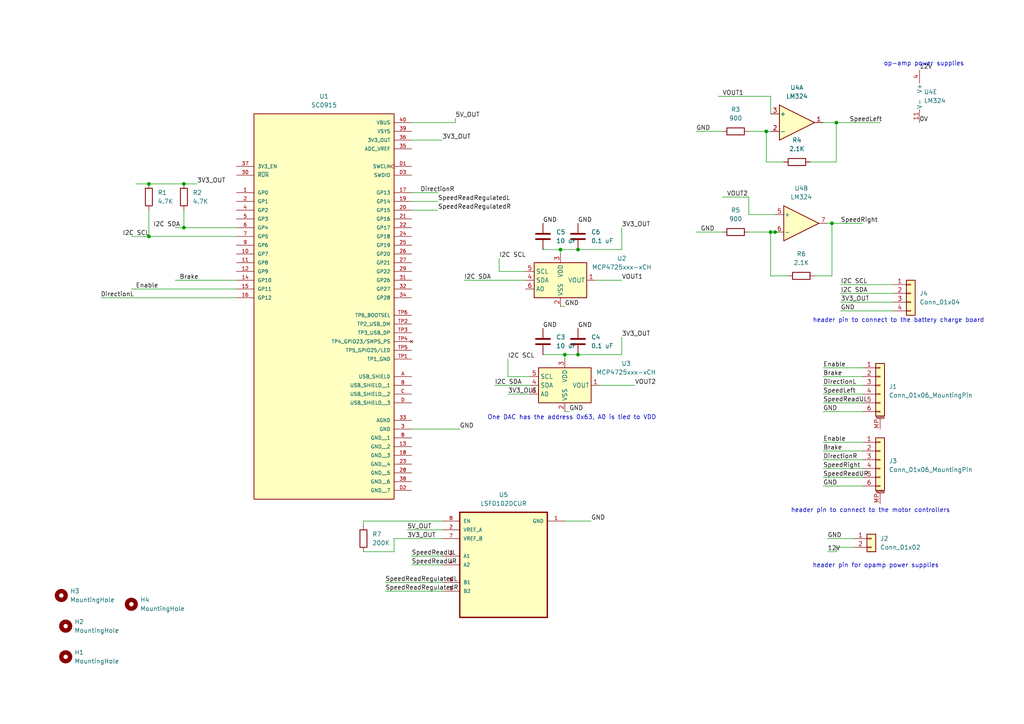
<source format=kicad_sch>
(kicad_sch (version 20231120) (generator "eeschema") (generator_version "8.0")
  (paper "A4")
  (title_block (title "Motor Signal Conversion Board") (date "2025-02-05") (rev "1.0") (company "Lafayette College") (comment 1 "By Eren Tekbas"))
  (lib_symbols
    (symbol "Amplifier_Operational:LM324" (pin_names (offset 0.127))
      (property "Reference" "U" (at 0 5.08 0))
      (property "Value" "LM324" (at 0 -5.08 0))
      (symbol "LM324_1_1"
        (polyline (pts (xy -5.08 5.08) (xy 5.08 0) (xy -5.08 -5.08) (xy -5.08 5.08)) (stroke (width 0.254)) (fill (type background)))
        (pin output line (at 7.62 0 180) (length 2.54) (name "~") (number "1"))
        (pin input line (at -7.62 -2.54 0) (length 2.54) (name "-") (number "2"))
        (pin input line (at -7.62 2.54 0) (length 2.54) (name "+") (number "3"))
      )
      (symbol "LM324_2_1"
        (polyline (pts (xy -5.08 5.08) (xy 5.08 0) (xy -5.08 -5.08) (xy -5.08 5.08)) (stroke (width 0.254)) (fill (type background)))
        (pin input line (at -7.62 2.54 0) (length 2.54) (name "+") (number "5"))
        (pin input line (at -7.62 -2.54 0) (length 2.54) (name "-") (number "6"))
        (pin output line (at 7.62 0 180) (length 2.54) (name "~") (number "7"))
      )
      (symbol "LM324_3_1"
        (polyline (pts (xy -5.08 5.08) (xy 5.08 0) (xy -5.08 -5.08) (xy -5.08 5.08)) (stroke (width 0.254)) (fill (type background)))
        (pin input line (at -7.62 2.54 0) (length 2.54) (name "+") (number "10"))
        (pin output line (at 7.62 0 180) (length 2.54) (name "~") (number "8"))
        (pin input line (at -7.62 -2.54 0) (length 2.54) (name "-") (number "9"))
      )
      (symbol "LM324_4_1"
        (polyline (pts (xy -5.08 5.08) (xy 5.08 0) (xy -5.08 -5.08) (xy -5.08 5.08)) (stroke (width 0.254)) (fill (type background)))
        (pin input line (at -7.62 2.54 0) (length 2.54) (name "+") (number "12"))
        (pin input line (at -7.62 -2.54 0) (length 2.54) (name "-") (number "13"))
        (pin output line (at 7.62 0 180) (length 2.54) (name "~") (number "14"))
      )
      (symbol "LM324_5_1"
        (pin power_in line (at -2.54 -7.62 90) (length 3.81) (name "V-") (number "11"))
        (pin power_in line (at -2.54 7.62 270) (length 3.81) (name "V+") (number "4"))
      )
    )
    (symbol "Analog_DAC:MCP4725xxx-xCH"
      (property "Reference" "U" (at -6.35 6.35 0))
      (property "Value" "MCP4725xxx-xCH" (at 8.89 6.35 0))
      (symbol "MCP4725xxx-xCH_0_1"
        (rectangle (start -7.62 5.08) (end 7.62 -5.08) (stroke (width 0.254)) (fill (type background)))
      )
      (symbol "MCP4725xxx-xCH_1_1"
        (pin output line (at 10.16 0 180) (length 2.54) (name "VOUT") (number "1"))
        (pin power_in line (at 0 -7.62 90) (length 2.54) (name "VSS") (number "2"))
        (pin power_in line (at 0 7.62 270) (length 2.54) (name "VDD") (number "3"))
        (pin bidirectional line (at -10.16 0 0) (length 2.54) (name "SDA") (number "4"))
        (pin input line (at -10.16 2.54 0) (length 2.54) (name "SCL") (number "5"))
        (pin input line (at -10.16 -2.54 0) (length 2.54) (name "A0") (number "6"))
      )
    )
    (symbol "Connector_Generic:Conn_01x02" (pin_names (offset 1.016) hide)
      (property "Reference" "J" (at 0 2.54 0))
      (property "Value" "Conn_01x02" (at 0 -5.08 0))
      (symbol "Conn_01x02_1_1"
        (rectangle (start -1.27 -2.413) (end 0 -2.667) (stroke (width 0.1524)))
        (rectangle (start -1.27 0.127) (end 0 -0.127) (stroke (width 0.1524)))
        (rectangle (start -1.27 1.27) (end 1.27 -3.81) (stroke (width 0.254)) (fill (type background)))
        (pin passive line (at -5.08 0 0) (length 3.81) (name "Pin_1") (number "1"))
        (pin passive line (at -5.08 -2.54 0) (length 3.81) (name "Pin_2") (number "2"))
      )
    )
    (symbol "Connector_Generic:Conn_01x04" (pin_names (offset 1.016) hide)
      (property "Reference" "J" (at 0 5.08 0))
      (property "Value" "Conn_01x04" (at 0 -7.62 0))
      (symbol "Conn_01x04_1_1"
        (rectangle (start -1.27 -4.953) (end 0 -5.207) (stroke (width 0.1524)))
        (rectangle (start -1.27 -2.413) (end 0 -2.667) (stroke (width 0.1524)))
        (rectangle (start -1.27 0.127) (end 0 -0.127) (stroke (width 0.1524)))
        (rectangle (start -1.27 2.667) (end 0 2.413) (stroke (width 0.1524)))
        (rectangle (start -1.27 3.81) (end 1.27 -6.35) (stroke (width 0.254)) (fill (type background)))
        (pin passive line (at -5.08 2.54 0) (length 3.81) (name "Pin_1") (number "1"))
        (pin passive line (at -5.08 0 0) (length 3.81) (name "Pin_2") (number "2"))
        (pin passive line (at -5.08 -2.54 0) (length 3.81) (name "Pin_3") (number "3"))
        (pin passive line (at -5.08 -5.08 0) (length 3.81) (name "Pin_4") (number "4"))
      )
    )
    (symbol "Connector_Generic_MountingPin:Conn_01x06_MountingPin" (pin_names (offset 1.016) hide)
      (property "Reference" "J" (at 0 7.62 0))
      (property "Value" "Conn_01x06_MountingPin" (at 1.27 -10.16 0))
      (symbol "Conn_01x06_MountingPin_1_1"
        (rectangle (start -1.27 -7.493) (end 0 -7.747) (stroke (width 0.1524)))
        (rectangle (start -1.27 -4.953) (end 0 -5.207) (stroke (width 0.1524)))
        (rectangle (start -1.27 -2.413) (end 0 -2.667) (stroke (width 0.1524)))
        (rectangle (start -1.27 0.127) (end 0 -0.127) (stroke (width 0.1524)))
        (rectangle (start -1.27 2.667) (end 0 2.413) (stroke (width 0.1524)))
        (rectangle (start -1.27 5.207) (end 0 4.953) (stroke (width 0.1524)))
        (rectangle (start -1.27 6.35) (end 1.27 -8.89) (stroke (width 0.254)) (fill (type background)))
        (polyline (pts (xy -1.016 -9.652) (xy 1.016 -9.652)) (stroke (width 0.1524)))
        (text "Mounting" (at 0 -9.271 0) (effects (font (size 0.381 0.381))))
        (pin passive line (at -5.08 5.08 0) (length 3.81) (name "Pin_1") (number "1"))
        (pin passive line (at -5.08 2.54 0) (length 3.81) (name "Pin_2") (number "2"))
        (pin passive line (at -5.08 0 0) (length 3.81) (name "Pin_3") (number "3"))
        (pin passive line (at -5.08 -2.54 0) (length 3.81) (name "Pin_4") (number "4"))
        (pin passive line (at -5.08 -5.08 0) (length 3.81) (name "Pin_5") (number "5"))
        (pin passive line (at -5.08 -7.62 0) (length 3.81) (name "Pin_6") (number "6"))
        (pin passive line (at 0 -12.7 90) (length 3.048) (name "MountPin") (number "MP"))
      )
    )
    (symbol "Device:C" (pin_numbers hide) (pin_names (offset 0.254))
      (property "Reference" "C" (at 0.635 2.54 0))
      (property "Value" "C" (at 0.635 -2.54 0))
      (symbol "C_0_1"
        (polyline (pts (xy -2.032 -0.762) (xy 2.032 -0.762)) (stroke (width 0.508)))
        (polyline (pts (xy -2.032 0.762) (xy 2.032 0.762)) (stroke (width 0.508)))
      )
      (symbol "C_1_1"
        (pin passive line (at 0 3.81 270) (length 2.794) (name "~") (number "1"))
        (pin passive line (at 0 -3.81 90) (length 2.794) (name "~") (number "2"))
      )
    )
    (symbol "Device:R" (pin_numbers hide) (pin_names (offset 0))
      (property "Reference" "R" (at 2.032 0 90))
      (property "Value" "R" (at 0 0 90))
      (symbol "R_0_1"
        (rectangle (start -1.016 -2.54) (end 1.016 2.54) (stroke (width 0.254)))
      )
      (symbol "R_1_1"
        (pin passive line (at 0 3.81 270) (length 1.27) (name "~") (number "1"))
        (pin passive line (at 0 -3.81 90) (length 1.27) (name "~") (number "2"))
      )
    )
    (symbol "LSF0102DCUR:LSF0102DCUR" (pin_names (offset 1.016))
      (property "Reference" "U" (at -12.7 16.24 0))
      (property "Value" "LSF0102DCUR" (at -12.7 -19.24 0))
      (symbol "LSF0102DCUR_0_0"
        (rectangle (start -12.7 -15.24) (end 12.7 15.24) (stroke (width 0.41)) (fill (type background)))
        (pin power_in line (at 17.78 12.7 180) (length 5.08) (name "GND") (number "1"))
        (pin input line (at -17.78 10.16 0) (length 5.08) (name "VREF_A") (number "2"))
        (pin bidirectional line (at -17.78 2.54 0) (length 5.08) (name "A1") (number "3"))
        (pin bidirectional line (at -17.78 0 0) (length 5.08) (name "A2") (number "4"))
        (pin bidirectional line (at -17.78 -7.62 0) (length 5.08) (name "B2") (number "5"))
        (pin bidirectional line (at -17.78 -5.08 0) (length 5.08) (name "B1") (number "6"))
        (pin input line (at -17.78 7.62 0) (length 5.08) (name "VREF_B") (number "7"))
        (pin input line (at -17.78 12.7 0) (length 5.08) (name "EN") (number "8"))
      )
    )
    (symbol "Mechanical:MountingHole" (pin_names (offset 1.016)) (exclude_from_sim yes) (in_bom no)
      (property "Reference" "H" (at 0 5.08 0))
      (property "Value" "MountingHole" (at 0 3.175 0))
      (symbol "MountingHole_0_1"
        (circle (center 0 0) (radius 1.27) (stroke (width 1.27)))
      )
    )
    (symbol "pico:SC0915" (pin_names (offset 1.016))
      (property "Reference" "U" (at -20.32 44.069 0))
      (property "Value" "SC0915" (at -20.32 -71.12 0))
      (symbol "SC0915_0_0"
        (rectangle (start -20.32 -68.58) (end 20.32 43.18) (stroke (width 0.254)) (fill (type background)))
        (pin bidirectional line (at -25.4 20.32 0) (length 5.08) (name "GP0") (number "1"))
        (pin bidirectional line (at -25.4 2.54 0) (length 5.08) (name "GP7") (number "10"))
        (pin bidirectional line (at -25.4 0 0) (length 5.08) (name "GP8") (number "11"))
        (pin bidirectional line (at -25.4 -2.54 0) (length 5.08) (name "GP9") (number "12"))
        (pin power_in line (at 25.4 -53.34 180) (length 5.08) (name "GND__2") (number "13"))
        (pin bidirectional line (at -25.4 -5.08 0) (length 5.08) (name "GP10") (number "14"))
        (pin bidirectional line (at -25.4 -7.62 0) (length 5.08) (name "GP11") (number "15"))
        (pin bidirectional line (at -25.4 -10.16 0) (length 5.08) (name "GP12") (number "16"))
        (pin bidirectional line (at 25.4 20.32 180) (length 5.08) (name "GP13") (number "17"))
        (pin power_in line (at 25.4 -55.88 180) (length 5.08) (name "GND__3") (number "18"))
        (pin bidirectional line (at 25.4 17.78 180) (length 5.08) (name "GP14") (number "19"))
        (pin bidirectional line (at -25.4 17.78 0) (length 5.08) (name "GP1") (number "2"))
        (pin bidirectional line (at 25.4 15.24 180) (length 5.08) (name "GP15") (number "20"))
        (pin bidirectional line (at 25.4 12.7 180) (length 5.08) (name "GP16") (number "21"))
        (pin bidirectional line (at 25.4 10.16 180) (length 5.08) (name "GP17") (number "22"))
        (pin power_in line (at 25.4 -58.42 180) (length 5.08) (name "GND__4") (number "23"))
        (pin bidirectional line (at 25.4 7.62 180) (length 5.08) (name "GP18") (number "24"))
        (pin bidirectional line (at 25.4 5.08 180) (length 5.08) (name "GP19") (number "25"))
        (pin bidirectional line (at 25.4 2.54 180) (length 5.08) (name "GP20") (number "26"))
        (pin bidirectional line (at 25.4 0 180) (length 5.08) (name "GP21") (number "27"))
        (pin power_in line (at 25.4 -60.96 180) (length 5.08) (name "GND__5") (number "28"))
        (pin bidirectional line (at 25.4 -2.54 180) (length 5.08) (name "GP22") (number "29"))
        (pin power_in line (at 25.4 -48.26 180) (length 5.08) (name "GND") (number "3"))
        (pin input line (at -25.4 25.4 0) (length 5.08) (name "~{RUN}") (number "30"))
        (pin bidirectional line (at 25.4 -5.08 180) (length 5.08) (name "GP26") (number "31"))
        (pin bidirectional line (at 25.4 -7.62 180) (length 5.08) (name "GP27") (number "32"))
        (pin power_in line (at 25.4 -45.72 180) (length 5.08) (name "AGND") (number "33"))
        (pin bidirectional line (at 25.4 -10.16 180) (length 5.08) (name "GP28") (number "34"))
        (pin power_in line (at 25.4 33.02 180) (length 5.08) (name "ADC_VREF") (number "35"))
        (pin power_in line (at 25.4 35.56 180) (length 5.08) (name "3V3_OUT") (number "36"))
        (pin input line (at -25.4 27.94 0) (length 5.08) (name "3V3_EN") (number "37"))
        (pin power_in line (at 25.4 -63.5 180) (length 5.08) (name "GND__6") (number "38"))
        (pin power_in line (at 25.4 38.1 180) (length 5.08) (name "VSYS") (number "39"))
        (pin bidirectional line (at -25.4 15.24 0) (length 5.08) (name "GP2") (number "4"))
        (pin power_in line (at 25.4 40.64 180) (length 5.08) (name "VBUS") (number "40"))
        (pin bidirectional line (at -25.4 12.7 0) (length 5.08) (name "GP3") (number "5"))
        (pin bidirectional line (at -25.4 10.16 0) (length 5.08) (name "GP4") (number "6"))
        (pin bidirectional line (at -25.4 7.62 0) (length 5.08) (name "GP5") (number "7"))
        (pin power_in line (at 25.4 -50.8 180) (length 5.08) (name "GND__1") (number "8"))
        (pin bidirectional line (at -25.4 5.08 0) (length 5.08) (name "GP6") (number "9"))
        (pin power_in line (at 25.4 -33.02 180) (length 5.08) (name "USB_SHIELD") (number "A"))
        (pin power_in line (at 25.4 -35.56 180) (length 5.08) (name "USB_SHIELD__1") (number "B"))
        (pin power_in line (at 25.4 -38.1 180) (length 5.08) (name "USB_SHIELD__2") (number "C"))
        (pin power_in line (at 25.4 -40.64 180) (length 5.08) (name "USB_SHIELD__3") (number "D"))
        (pin input clock (at 25.4 27.94 180) (length 5.08) (name "SWCLK") (number "D1"))
        (pin power_in line (at 25.4 -66.04 180) (length 5.08) (name "GND__7") (number "D2"))
        (pin bidirectional line (at 25.4 25.4 180) (length 5.08) (name "SWDIO") (number "D3"))
        (pin power_in line (at 25.4 -27.94 180) (length 5.08) (name "TP1_GND") (number "TP1"))
        (pin bidirectional line (at 25.4 -17.78 180) (length 5.08) (name "TP2_USB_DM") (number "TP2"))
        (pin bidirectional line (at 25.4 -20.32 180) (length 5.08) (name "TP3_USB_DP") (number "TP3"))
        (pin no_connect line (at 25.4 -22.86 180) (length 5.08) (name "TP4_GPIO23/SMPS_PS") (number "TP4"))
        (pin output line (at 25.4 -25.4 180) (length 5.08) (name "TP5_GPIO25/LED") (number "TP5"))
        (pin input line (at 25.4 -15.24 180) (length 5.08) (name "TP6_BOOTSEL") (number "TP6"))
      )
    )
  )
  (junction (at 53.34 53.34))
  (junction (at 242.57 35.56))
  (junction (at 162.56 72.39))
  (junction (at 167.64 72.39))
  (junction (at 224.79 67.31))
  (junction (at 43.18 68.58))
  (junction (at 43.18 53.34))
  (junction (at 167.64 102.87))
  (junction (at 53.34 66.04))
  (junction (at 163.83 102.87))
  (junction (at 222.25 38.1))
  (junction (at 223.52 67.31))
  (junction (at 241.3 64.77))
  (wire (pts (xy 167.64 102.87) (xy 180.34 102.87)))
  (wire (pts (xy 53.34 66.04) (xy 68.58 66.04)))
  (wire (pts (xy 167.64 72.39) (xy 180.34 72.39)))
  (wire (pts (xy 238.76 128.27) (xy 250.19 128.27)))
  (wire (pts (xy 201.93 38.1) (xy 209.55 38.1)))
  (wire (pts (xy 105.41 151.13) (xy 105.41 152.4)))
  (wire (pts (xy 238.76 106.68) (xy 250.19 106.68)))
  (wire (pts (xy 119.38 124.46) (xy 133.35 124.46)))
  (wire (pts (xy 157.48 102.87) (xy 163.83 102.87)))
  (wire (pts (xy 236.22 80.01) (xy 241.3 80.01)))
  (wire (pts (xy 238.76 119.38) (xy 250.19 119.38)))
  (wire (pts (xy 39.37 53.34) (xy 43.18 53.34)))
  (wire (pts (xy 243.84 90.17) (xy 259.08 90.17)))
  (wire (pts (xy 162.56 72.39) (xy 162.56 73.66)))
  (wire (pts (xy 217.17 38.1) (xy 222.25 38.1)))
  (wire (pts (xy 43.18 68.58) (xy 68.58 68.58)))
  (wire (pts (xy 217.17 67.31) (xy 223.52 67.31)))
  (wire (pts (xy 238.76 35.56) (xy 242.57 35.56)))
  (wire (pts (xy 43.18 60.96) (xy 43.18 68.58)))
  (wire (pts (xy 243.84 85.09) (xy 259.08 85.09)))
  (wire (pts (xy 208.28 27.94) (xy 223.52 27.94)))
  (wire (pts (xy 241.3 80.01) (xy 241.3 64.77)))
  (wire (pts (xy 132.08 34.29) (xy 132.08 35.56)))
  (wire (pts (xy 241.3 64.77) (xy 250.19 64.77)))
  (wire (pts (xy 238.76 114.3) (xy 250.19 114.3)))
  (wire (pts (xy 119.38 55.88) (xy 127 55.88)))
  (wire (pts (xy 222.25 46.99) (xy 222.25 38.1)))
  (wire (pts (xy 144.78 78.74) (xy 152.4 78.74)))
  (wire (pts (xy 144.78 74.93) (xy 144.78 78.74)))
  (wire (pts (xy 222.25 38.1) (xy 223.52 38.1)))
  (wire (pts (xy 119.38 35.56) (xy 132.08 35.56)))
  (wire (pts (xy 224.79 67.31) (xy 226.06 67.31)))
  (wire (pts (xy 227.33 46.99) (xy 222.25 46.99)))
  (wire (pts (xy 163.83 104.14) (xy 163.83 102.87)))
  (wire (pts (xy 114.3 156.21) (xy 128.27 156.21)))
  (wire (pts (xy 243.84 82.55) (xy 259.08 82.55)))
  (wire (pts (xy 119.38 163.83) (xy 128.27 163.83)))
  (wire (pts (xy 143.51 111.76) (xy 153.67 111.76)))
  (wire (pts (xy 240.03 156.21) (xy 247.65 156.21)))
  (wire (pts (xy 238.76 130.81) (xy 250.19 130.81)))
  (wire (pts (xy 163.83 151.13) (xy 171.45 151.13)))
  (wire (pts (xy 147.32 104.14) (xy 147.32 109.22)))
  (wire (pts (xy 163.83 88.9) (xy 162.56 88.9)))
  (wire (pts (xy 118.11 153.67) (xy 128.27 153.67)))
  (wire (pts (xy 242.57 158.75) (xy 247.65 158.75)))
  (wire (pts (xy 38.1 83.82) (xy 68.58 83.82)))
  (wire (pts (xy 157.48 72.39) (xy 162.56 72.39)))
  (wire (pts (xy 173.99 111.76) (xy 184.15 111.76)))
  (wire (pts (xy 240.03 160.02) (xy 242.57 160.02)))
  (wire (pts (xy 224.79 62.23) (xy 217.17 62.23)))
  (wire (pts (xy 238.76 133.35) (xy 250.19 133.35)))
  (wire (pts (xy 223.52 80.01) (xy 228.6 80.01)))
  (wire (pts (xy 163.83 102.87) (xy 167.64 102.87)))
  (wire (pts (xy 111.76 168.91) (xy 128.27 168.91)))
  (wire (pts (xy 223.52 33.02) (xy 223.52 27.94)))
  (wire (pts (xy 238.76 135.89) (xy 250.19 135.89)))
  (wire (pts (xy 242.57 35.56) (xy 242.57 46.99)))
  (wire (pts (xy 43.18 53.34) (xy 53.34 53.34)))
  (wire (pts (xy 240.03 64.77) (xy 241.3 64.77)))
  (wire (pts (xy 134.62 81.28) (xy 152.4 81.28)))
  (wire (pts (xy 238.76 140.97) (xy 250.19 140.97)))
  (wire (pts (xy 29.21 86.36) (xy 68.58 86.36)))
  (wire (pts (xy 243.84 87.63) (xy 259.08 87.63)))
  (wire (pts (xy 153.67 109.22) (xy 147.32 109.22)))
  (wire (pts (xy 50.8 81.28) (xy 68.58 81.28)))
  (wire (pts (xy 180.34 66.04) (xy 180.34 72.39)))
  (wire (pts (xy 238.76 111.76) (xy 250.19 111.76)))
  (wire (pts (xy 238.76 116.84) (xy 250.19 116.84)))
  (wire (pts (xy 111.76 171.45) (xy 128.27 171.45)))
  (wire (pts (xy 119.38 58.42) (xy 127 58.42)))
  (wire (pts (xy 201.93 67.31) (xy 209.55 67.31)))
  (wire (pts (xy 119.38 60.96) (xy 127 60.96)))
  (wire (pts (xy 223.52 67.31) (xy 223.52 80.01)))
  (wire (pts (xy 53.34 53.34) (xy 57.15 53.34)))
  (wire (pts (xy 162.56 72.39) (xy 167.64 72.39)))
  (wire (pts (xy 50.8 66.04) (xy 53.34 66.04)))
  (wire (pts (xy 238.76 109.22) (xy 250.19 109.22)))
  (wire (pts (xy 238.76 138.43) (xy 250.19 138.43)))
  (wire (pts (xy 119.38 161.29) (xy 128.27 161.29)))
  (wire (pts (xy 209.55 57.15) (xy 217.17 57.15)))
  (wire (pts (xy 38.1 68.58) (xy 43.18 68.58)))
  (wire (pts (xy 128.27 151.13) (xy 105.41 151.13)))
  (wire (pts (xy 223.52 67.31) (xy 224.79 67.31)))
  (wire (pts (xy 165.1 119.38) (xy 163.83 119.38)))
  (wire (pts (xy 114.3 160.02) (xy 105.41 160.02)))
  (wire (pts (xy 172.72 81.28) (xy 180.34 81.28)))
  (wire (pts (xy 53.34 60.96) (xy 53.34 66.04)))
  (wire (pts (xy 217.17 62.23) (xy 217.17 57.15)))
  (wire (pts (xy 180.34 97.79) (xy 180.34 102.87)))
  (wire (pts (xy 234.95 46.99) (xy 242.57 46.99)))
  (wire (pts (xy 242.57 35.56) (xy 255.27 35.56)))
  (wire (pts (xy 119.38 40.64) (xy 128.27 40.64)))
  (wire (pts (xy 147.32 114.3) (xy 153.67 114.3)))
  (wire (pts (xy 114.3 160.02) (xy 114.3 156.21)))
  (wire (pts (xy 242.57 160.02) (xy 242.57 158.75)))
  (text "header pin to connect to the motor controllers\n" (at 252.476 148.082 0) (effects (font (size 1.27 1.27))))
  (text "header pin for opamp power supplies" (at 254 164.084 0) (effects (font (size 1.27 1.27))))
  (text "op-amp power supplies" (at 267.97 18.542 0) (effects (font (size 1.27 1.27))))
  (text "One DAC has the address 0x63, A0 is tied to VDD\n" (at 165.862 121.158 0) (effects (font (size 1.27 1.27))))
  (text "header pin to connect to the battery charge board\n" (at 260.604 92.964 0) (effects (font (size 1.27 1.27))))
  (label "I2C SCL" (at 243.84 82.55 0))
  (label "GND" (at 165.1 119.38 0))
  (label "3V3_OUT" (at 180.34 97.79 0))
  (label "GND" (at 157.48 95.25 0))
  (label "SpeedReadRegulatedL" (at 111.76 168.91 0))
  (label "3V3_OUT" (at 57.15 53.34 0))
  (label "12V" (at 240.03 160.02 0))
  (label "SpeedRight" (at 238.76 135.89 0))
  (label "SpeedReadRegulatedL" (at 127 58.42 0))
  (label "GND" (at 238.76 119.38 0))
  (label "DirectionL" (at 29.21 86.36 0))
  (label "Enable" (at 238.76 106.68 0))
  (label "GND" (at 243.84 90.17 0))
  (label "VOUT1" (at 180.34 81.28 0))
  (label "3V3_OUT" (at 128.27 40.64 0))
  (label "GND" (at 240.03 156.21 0))
  (label "I2C SDA" (at 143.51 111.76 0))
  (label "3V3_OUT" (at 180.34 66.04 0))
  (label "SpeedLeft" (at 238.76 114.3 0))
  (label "DirectionR" (at 238.76 133.35 0))
  (label "GND" (at 203.2 67.31 0))
  (label "SpeedReadUL" (at 238.76 116.84 0))
  (label "0V" (at 266.7 35.56 0))
  (label "SpeedReadUL" (at 119.38 161.29 0))
  (label "SpeedLeft" (at 246.38 35.56 0))
  (label "GND" (at 171.45 151.13 0))
  (label "3V3_OUT" (at 147.32 114.3 0))
  (label "5V_OUT" (at 132.08 34.29 0))
  (label "Brake" (at 238.76 130.81 0))
  (label "GND" (at 163.83 88.9 0))
  (label "3V3_OUT" (at 243.84 87.63 0))
  (label "12V" (at 266.7 20.32 0))
  (label "SpeedRight" (at 243.84 64.77 0))
  (label "GND" (at 167.64 64.77 0))
  (label "I2C SDA" (at 243.84 85.09 0))
  (label "GND" (at 167.64 95.25 0))
  (label "I2C SDA" (at 44.45 66.04 0))
  (label "Enable" (at 39.37 83.82 0))
  (label "VOUT1" (at 209.55 27.94 0))
  (label "SpeedReadRegulatedR" (at 111.76 171.45 0))
  (label "VOUT2" (at 184.15 111.76 0))
  (label "GND" (at 201.93 38.1 0))
  (label "3V3_OUT" (at 118.11 156.21 0))
  (label "I2C SDA" (at 134.62 81.28 0))
  (label "I2C SCL" (at 147.32 104.14 0))
  (label "DirectionL" (at 238.76 111.76 0))
  (label "Enable" (at 238.76 128.27 0))
  (label "DirectionR" (at 121.92 55.88 0))
  (label "SpeedReadUR" (at 238.76 138.43 0))
  (label "I2C SCL" (at 144.78 74.93 0))
  (label "GND" (at 133.35 124.46 0))
  (label "Brake" (at 238.76 109.22 0))
  (label "SpeedReadRegulatedR" (at 127 60.96 0))
  (label "VOUT2" (at 210.82 57.15 0))
  (label "5V_OUT" (at 118.11 153.67 0))
  (label "GND" (at 238.76 140.97 0))
  (label "GND" (at 157.48 64.77 0))
  (label "I2C SCL" (at 35.56 68.58 0))
  (label "SpeedReadUR" (at 119.38 163.83 0))
  (label "Brake" (at 52.07 81.28 0))
  (symbol (lib_id "Device:R") (at 53.34 57.15 0) (unit 1)
    (property "Reference" "R2" (at 55.88 55.8799 0) (effects (justify left)))
    (property "Value" "4.7K" (at 55.88 58.4199 0) (effects (justify left)))
    (property "Footprint" "Resistor_SMD:R_0805_2012Metric" (effects (hide yes)))
    (property "Description" "Resistor" (effects (hide yes)))
  )
  (symbol (lib_id "Connector_Generic:Conn_01x04") (at 264.16 85.09 0) (unit 1)
    (property "Reference" "J4" (at 266.7 85.0899 0) (effects (justify left)))
    (property "Value" "Conn_01x04" (at 266.7 87.6299 0) (effects (justify left)))
    (property "Footprint" "Connector_JST:JST_PH_B4B-PH-SM4-TB_1x04-1MP_P2.00mm_Vertical" (effects (hide yes)))
    (property "Description" "Generic connector, single row, 01x04, script generated (kicad-library-utils/schlib/autogen/connector/)" (effects (hide yes)))
  )
  (symbol (lib_id "Device:C") (at 167.64 99.06 0) (unit 1)
    (property "Reference" "C4" (at 171.45 97.7899 0) (effects (justify left)))
    (property "Value" "0.1 uF" (at 171.45 100.3299 0) (effects (justify left)))
    (property "Footprint" "Capacitor_SMD:C_0805_2012Metric" (effects (hide yes)))
    (property "Description" "Unpolarized capacitor" (effects (hide yes)))
  )
  (symbol (lib_id "pico:SC0915") (at 93.98 76.2 0) (unit 1)
    (property "Reference" "U1" (at 93.98 27.94 0))
    (property "Value" "SC0915" (at 93.98 30.48 0))
    (property "Footprint" "foot:pico" (effects (hide yes)))
    (property "PARTREV" "1.9" (effects (hide yes)))
    (property "SNAPEDA_PN" "SC0915" (effects (hide yes)))
    (property "STANDARD" "Manufacturer Recommendations" (effects (hide yes)))
    (property "MANUFACTURER" "Pi Supply" (effects (hide yes)))
  )
  (symbol (lib_id "Device:R") (at 232.41 80.01 90) (unit 1)
    (property "Reference" "R6" (at 232.41 73.66 90))
    (property "Value" "2.1K" (at 232.41 76.2 90))
    (property "Footprint" "Resistor_SMD:R_0805_2012Metric" (effects (hide yes)))
    (property "Description" "Resistor" (effects (hide yes)))
  )
  (symbol (lib_id "Analog_DAC:MCP4725xxx-xCH") (at 162.56 81.28 0) (unit 1)
    (property "Reference" "U2" (at 180.34 74.9614 0))
    (property "Value" "MCP4725xxx-xCH" (at 180.34 77.5014 0))
    (property "Footprint" "Package_TO_SOT_SMD:SOT-23-6" (effects (hide yes)))
    (property "Datasheet" "http://ww1.microchip.com/downloads/en/DeviceDoc/22039d.pdf" (effects (hide yes)))
    (property "Description" "12-bit Digital-to-Analog Converter, integrated EEPROM, I2C interface, SOT-23-6" (effects (hide yes)))
  )
  (symbol (lib_id "Device:R") (at 43.18 57.15 0) (unit 1)
    (property "Reference" "R1" (at 45.72 55.8799 0) (effects (justify left)))
    (property "Value" "4.7K" (at 45.72 58.4199 0) (effects (justify left)))
    (property "Footprint" "Resistor_SMD:R_0805_2012Metric" (effects (hide yes)))
    (property "Description" "Resistor" (effects (hide yes)))
  )
  (symbol (lib_id "Mechanical:MountingHole") (at 17.78 172.72 0) (unit 1) (exclude_from_sim yes) (in_bom no)
    (property "Reference" "H3" (at 20.32 171.4499 0) (effects (justify left)))
    (property "Value" "MountingHole" (at 20.32 173.9899 0) (effects (justify left)))
    (property "Footprint" "MountingHole:MountingHole_3.2mm_M3_ISO7380_Pad" (effects (hide yes)))
    (property "Description" "Mounting Hole without connection" (effects (hide yes)))
  )
  (symbol (lib_id "Amplifier_Operational:LM324") (at 232.41 64.77 0) (unit 2)
    (property "Reference" "U4" (at 232.41 54.61 0))
    (property "Value" "LM324" (at 232.41 57.15 0))
    (property "Footprint" "Package_SO:TSSOP-14_4.4x5mm_P0.65mm" (effects (hide yes)))
    (property "Datasheet" "http://www.ti.com/lit/ds/symlink/lm2902-n.pdf" (effects (hide yes)))
    (property "Description" "Low-Power, Quad-Operational Amplifiers, DIP-14/SOIC-14/SSOP-14" (effects (hide yes)))
  )
  (symbol (lib_id "Mechanical:MountingHole") (at 19.05 190.5 0) (unit 1) (exclude_from_sim yes) (in_bom no)
    (property "Reference" "H1" (at 21.59 189.2299 0) (effects (justify left)))
    (property "Value" "MountingHole" (at 21.59 191.7699 0) (effects (justify left)))
    (property "Footprint" "MountingHole:MountingHole_3.2mm_M3_ISO7380_Pad" (effects (hide yes)))
    (property "Description" "Mounting Hole without connection" (effects (hide yes)))
  )
  (symbol (lib_id "LSF0102DCUR:LSF0102DCUR") (at 146.05 163.83 0) (unit 1)
    (property "Reference" "U5" (at 146.05 143.51 0))
    (property "Value" "LSF0102DCUR" (at 146.05 146.05 0))
    (property "Footprint" "Package_SO:VSSOP-8_2.3x2mm_P0.5mm" (effects (hide yes)))
  )
  (symbol (lib_id "Amplifier_Operational:LM324") (at 231.14 35.56 0) (unit 1)
    (property "Reference" "U4" (at 231.14 25.4 0))
    (property "Value" "LM324" (at 231.14 27.94 0))
    (property "Footprint" "Package_SO:TSSOP-14_4.4x5mm_P0.65mm" (effects (hide yes)))
    (property "Datasheet" "http://www.ti.com/lit/ds/symlink/lm2902-n.pdf" (effects (hide yes)))
    (property "Description" "Low-Power, Quad-Operational Amplifiers, DIP-14/SOIC-14/SSOP-14" (effects (hide yes)))
  )
  (symbol (lib_id "Connector_Generic_MountingPin:Conn_01x06_MountingPin") (at 255.27 133.35 0) (unit 1)
    (property "Reference" "J3" (at 257.81 133.7055 0) (effects (justify left)))
    (property "Value" "Conn_01x06_MountingPin" (at 257.81 136.2455 0) (effects (justify left)))
    (property "Footprint" "Connector_JST:JST_PH_S6B-PH-SM4-TB_1x06-1MP_P2.00mm_Horizontal" (effects (hide yes)))
    (property "Description" "Generic connectable mounting pin connector, single row, 01x06, script generated (kicad-library-utils/schlib/autogen/connector/)" (effects (hide yes)))
  )
  (symbol (lib_id "Analog_DAC:MCP4725xxx-xCH") (at 163.83 111.76 0) (unit 1)
    (property "Reference" "U3" (at 181.61 105.4414 0))
    (property "Value" "MCP4725xxx-xCH" (at 181.61 107.9814 0))
    (property "Footprint" "Package_TO_SOT_SMD:SOT-23-6" (effects (hide yes)))
    (property "Datasheet" "http://ww1.microchip.com/downloads/en/DeviceDoc/22039d.pdf" (effects (hide yes)))
    (property "Description" "12-bit Digital-to-Analog Converter, integrated EEPROM, I2C interface, SOT-23-6" (effects (hide yes)))
  )
  (symbol (lib_id "Device:C") (at 157.48 99.06 0) (unit 1)
    (property "Reference" "C3" (at 161.29 97.7899 0) (effects (justify left)))
    (property "Value" "10 uF" (at 161.29 100.3299 0) (effects (justify left)))
    (property "Footprint" "Capacitor_SMD:C_0805_2012Metric" (effects (hide yes)))
    (property "Description" "Unpolarized capacitor" (effects (hide yes)))
  )
  (symbol (lib_id "Device:C") (at 157.48 68.58 0) (unit 1)
    (property "Reference" "C5" (at 161.29 67.3099 0) (effects (justify left)))
    (property "Value" "10 uF" (at 161.29 69.8499 0) (effects (justify left)))
    (property "Footprint" "Capacitor_SMD:C_0805_2012Metric" (effects (hide yes)))
    (property "Description" "Unpolarized capacitor" (effects (hide yes)))
  )
  (symbol (lib_id "Connector_Generic_MountingPin:Conn_01x06_MountingPin") (at 255.27 111.76 0) (unit 1)
    (property "Reference" "J1" (at 257.81 112.1155 0) (effects (justify left)))
    (property "Value" "Conn_01x06_MountingPin" (at 257.81 114.6555 0) (effects (justify left)))
    (property "Footprint" "Connector_JST:JST_PH_S6B-PH-SM4-TB_1x06-1MP_P2.00mm_Horizontal" (effects (hide yes)))
    (property "Description" "Generic connectable mounting pin connector, single row, 01x06, script generated (kicad-library-utils/schlib/autogen/connector/)" (effects (hide yes)))
  )
  (symbol (lib_id "Device:R") (at 213.36 67.31 90) (unit 1)
    (property "Reference" "R5" (at 213.36 60.96 90))
    (property "Value" "900" (at 213.36 63.5 90))
    (property "Footprint" "Resistor_SMD:R_0805_2012Metric" (effects (hide yes)))
    (property "Description" "Resistor" (effects (hide yes)))
  )
  (symbol (lib_id "Device:C") (at 167.64 68.58 0) (unit 1)
    (property "Reference" "C6" (at 171.45 67.3099 0) (effects (justify left)))
    (property "Value" "0.1 uF" (at 171.45 69.8499 0) (effects (justify left)))
    (property "Footprint" "Capacitor_SMD:C_0805_2012Metric" (effects (hide yes)))
    (property "Description" "Unpolarized capacitor" (effects (hide yes)))
  )
  (symbol (lib_id "Mechanical:MountingHole") (at 38.1 175.26 0) (unit 1) (exclude_from_sim yes) (in_bom no)
    (property "Reference" "H4" (at 40.64 173.9899 0) (effects (justify left)))
    (property "Value" "MountingHole" (at 40.64 176.5299 0) (effects (justify left)))
    (property "Footprint" "MountingHole:MountingHole_3.2mm_M3_ISO7380_Pad" (effects (hide yes)))
    (property "Description" "Mounting Hole without connection" (effects (hide yes)))
  )
  (symbol (lib_id "Connector_Generic:Conn_01x02") (at 252.73 156.21 0) (unit 1)
    (property "Reference" "J2" (at 255.27 156.2099 0) (effects (justify left)))
    (property "Value" "Conn_01x02" (at 255.27 158.7499 0) (effects (justify left)))
    (property "Footprint" "Connector_JST:JST_PH_B2B-PH-SM4-TB_1x02-1MP_P2.00mm_Vertical" (effects (hide yes)))
    (property "Description" "Generic connector, single row, 01x02, script generated (kicad-library-utils/schlib/autogen/connector/)" (effects (hide yes)))
  )
  (symbol (lib_id "Amplifier_Operational:LM324") (at 269.24 27.94 0) (unit 5)
    (property "Reference" "U4" (at 267.97 26.6699 0) (effects (justify left)))
    (property "Value" "LM324" (at 267.97 29.2099 0) (effects (justify left)))
    (property "Footprint" "Package_SO:TSSOP-14_4.4x5mm_P0.65mm" (effects (hide yes)))
    (property "Datasheet" "http://www.ti.com/lit/ds/symlink/lm2902-n.pdf" (effects (hide yes)))
    (property "Description" "Low-Power, Quad-Operational Amplifiers, DIP-14/SOIC-14/SSOP-14" (effects (hide yes)))
  )
  (symbol (lib_id "Device:R") (at 213.36 38.1 90) (unit 1)
    (property "Reference" "R3" (at 213.36 31.75 90))
    (property "Value" "900" (at 213.36 34.29 90))
    (property "Footprint" "Resistor_SMD:R_0805_2012Metric" (effects (hide yes)))
    (property "Description" "Resistor" (effects (hide yes)))
  )
  (symbol (lib_id "Mechanical:MountingHole") (at 19.05 181.61 0) (unit 1) (exclude_from_sim yes) (in_bom no)
    (property "Reference" "H2" (at 21.59 180.3399 0) (effects (justify left)))
    (property "Value" "MountingHole" (at 21.59 182.8799 0) (effects (justify left)))
    (property "Footprint" "MountingHole:MountingHole_3.2mm_M3_ISO7380_Pad" (effects (hide yes)))
    (property "Description" "Mounting Hole without connection" (effects (hide yes)))
  )
  (symbol (lib_id "Device:R") (at 231.14 46.99 90) (unit 1)
    (property "Reference" "R4" (at 231.14 40.64 90))
    (property "Value" "2.1K" (at 231.14 43.18 90))
    (property "Footprint" "Resistor_SMD:R_0805_2012Metric" (effects (hide yes)))
    (property "Description" "Resistor" (effects (hide yes)))
  )
  (symbol (lib_id "Device:R") (at 105.41 156.21 0) (unit 1)
    (property "Reference" "R7" (at 107.95 154.9399 0) (effects (justify left)))
    (property "Value" "200K" (at 107.95 157.4799 0) (effects (justify left)))
    (property "Footprint" "Resistor_SMD:R_0805_2012Metric" (effects (hide yes)))
    (property "Description" "Resistor" (effects (hide yes)))
  )
)
</source>
